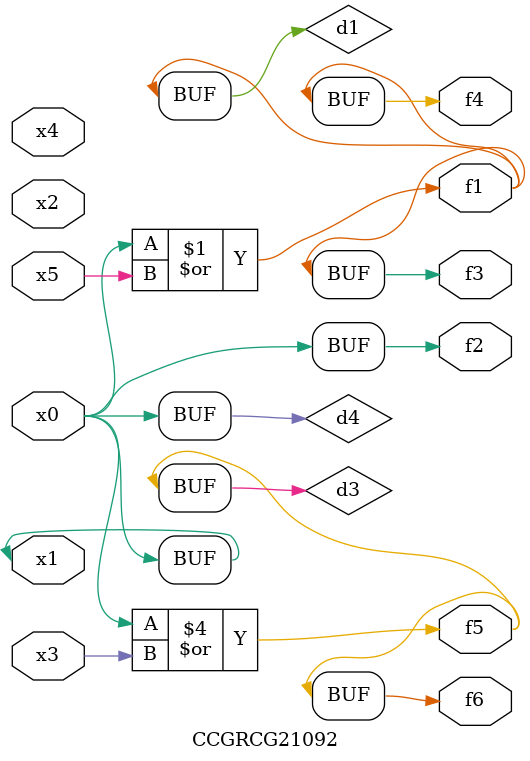
<source format=v>
module CCGRCG21092(
	input x0, x1, x2, x3, x4, x5,
	output f1, f2, f3, f4, f5, f6
);

	wire d1, d2, d3, d4;

	or (d1, x0, x5);
	xnor (d2, x1, x4);
	or (d3, x0, x3);
	buf (d4, x0, x1);
	assign f1 = d1;
	assign f2 = d4;
	assign f3 = d1;
	assign f4 = d1;
	assign f5 = d3;
	assign f6 = d3;
endmodule

</source>
